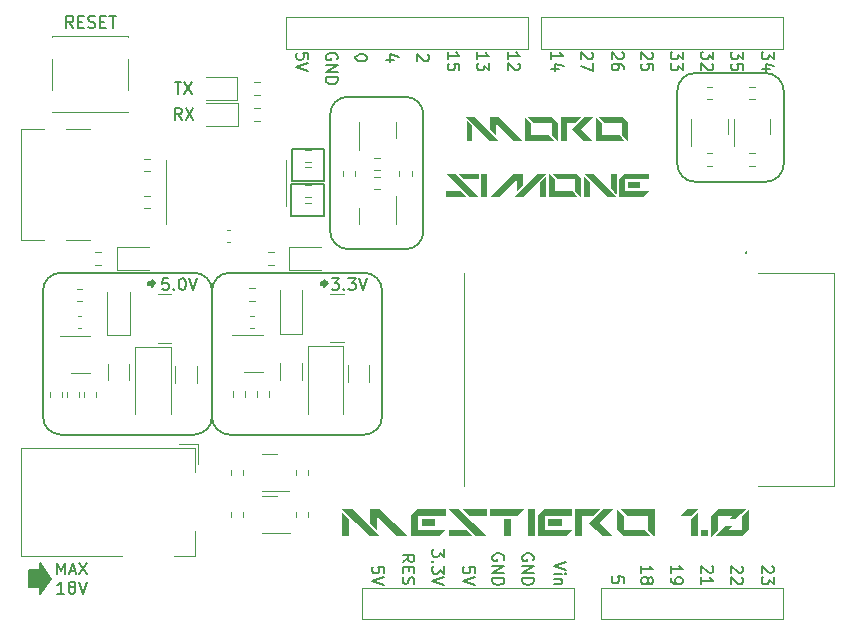
<source format=gbr>
%TF.GenerationSoftware,KiCad,Pcbnew,(6.0.9)*%
%TF.CreationDate,2023-07-14T01:44:04+02:00*%
%TF.ProjectId,Arduino_ESP,41726475-696e-46f5-9f45-53502e6b6963,rev?*%
%TF.SameCoordinates,Original*%
%TF.FileFunction,Legend,Top*%
%TF.FilePolarity,Positive*%
%FSLAX46Y46*%
G04 Gerber Fmt 4.6, Leading zero omitted, Abs format (unit mm)*
G04 Created by KiCad (PCBNEW (6.0.9)) date 2023-07-14 01:44:04*
%MOMM*%
%LPD*%
G01*
G04 APERTURE LIST*
%ADD10C,0.150000*%
%ADD11C,0.160000*%
%ADD12C,0.120000*%
%ADD13C,0.200000*%
%ADD14C,0.100000*%
G04 APERTURE END LIST*
D10*
G36*
X120500000Y-109000000D02*
G01*
X119500000Y-110300000D01*
X119500000Y-109700000D01*
X118600000Y-109700000D01*
X118600000Y-108300000D01*
X119500000Y-108300000D01*
X119500000Y-107700000D01*
X120500000Y-109000000D01*
G37*
X120500000Y-109000000D02*
X119500000Y-110300000D01*
X119500000Y-109700000D01*
X118600000Y-109700000D01*
X118600000Y-108300000D01*
X119500000Y-108300000D01*
X119500000Y-107700000D01*
X120500000Y-109000000D01*
X132600000Y-96800000D02*
X121300000Y-96800000D01*
X144110660Y-79589340D02*
X144110660Y-69689340D01*
X148500000Y-84600000D02*
G75*
G03*
X147000000Y-83100000I-1500000J0D01*
G01*
X175000000Y-66200000D02*
G75*
G03*
X173500000Y-67700000I0J-1500000D01*
G01*
X182500000Y-67700000D02*
X182500000Y-73900000D01*
X135600000Y-96800000D02*
X147000000Y-96800000D01*
X135600000Y-83100000D02*
X147000000Y-83100000D01*
X145610660Y-68189260D02*
G75*
G03*
X144110660Y-69689340I40J-1500040D01*
G01*
X175000000Y-66200000D02*
X181000000Y-66200000D01*
G36*
X129300000Y-84000000D02*
G01*
X129000000Y-84300000D01*
X129000000Y-84100000D01*
X128700000Y-84100000D01*
X128700000Y-83900000D01*
X129000000Y-83900000D01*
X129000000Y-83700000D01*
X129300000Y-84000000D01*
G37*
X129300000Y-84000000D02*
X129000000Y-84300000D01*
X129000000Y-84100000D01*
X128700000Y-84100000D01*
X128700000Y-83900000D01*
X129000000Y-83900000D01*
X129000000Y-83700000D01*
X129300000Y-84000000D01*
X181000000Y-75400000D02*
G75*
G03*
X182500000Y-73900000I0J1500000D01*
G01*
X134100000Y-84600000D02*
X134100000Y-95300000D01*
X121300000Y-83100000D02*
X132600000Y-83100000D01*
X173500000Y-73900000D02*
G75*
G03*
X175000000Y-75400000I1500000J0D01*
G01*
X152000000Y-69700000D02*
G75*
G03*
X150500000Y-68200000I-1500000J0D01*
G01*
X173500000Y-73900000D02*
X173500000Y-67700000D01*
X140800000Y-75600000D02*
X143600000Y-75600000D01*
X143600000Y-75600000D02*
X143600000Y-78300000D01*
X143600000Y-78300000D02*
X140800000Y-78300000D01*
X140800000Y-78300000D02*
X140800000Y-75600000D01*
G36*
X143900000Y-84000000D02*
G01*
X143600000Y-84300000D01*
X143600000Y-84100000D01*
X143300000Y-84100000D01*
X143300000Y-83900000D01*
X143600000Y-83900000D01*
X143600000Y-83700000D01*
X143900000Y-84000000D01*
G37*
X143900000Y-84000000D02*
X143600000Y-84300000D01*
X143600000Y-84100000D01*
X143300000Y-84100000D01*
X143300000Y-83900000D01*
X143600000Y-83900000D01*
X143600000Y-83700000D01*
X143900000Y-84000000D01*
X121300000Y-83100000D02*
G75*
G03*
X119800000Y-84600000I0J-1500000D01*
G01*
X132600000Y-96800000D02*
G75*
G03*
X134100000Y-95300000I0J1500000D01*
G01*
X140900000Y-72600000D02*
X143600000Y-72600000D01*
X143600000Y-72600000D02*
X143600000Y-75300000D01*
X143600000Y-75300000D02*
X140900000Y-75300000D01*
X140900000Y-75300000D02*
X140900000Y-72600000D01*
X134100000Y-95300000D02*
G75*
G03*
X135600000Y-96800000I1500000J0D01*
G01*
X181000000Y-75400000D02*
X175000000Y-75400000D01*
X148500000Y-84600000D02*
X148500000Y-95300000D01*
X145610660Y-68189340D02*
X150500000Y-68200000D01*
X119800000Y-95300000D02*
G75*
G03*
X121300000Y-96800000I1500000J0D01*
G01*
X182500000Y-67700000D02*
G75*
G03*
X181000000Y-66200000I-1500000J0D01*
G01*
X147000000Y-96800000D02*
G75*
G03*
X148500000Y-95300000I0J1500000D01*
G01*
X150500000Y-81100000D02*
X145610660Y-81089340D01*
X119800000Y-95300000D02*
X119800000Y-84600000D01*
X150500000Y-81100000D02*
G75*
G03*
X152000000Y-79600000I0J1500000D01*
G01*
X152000000Y-69700000D02*
X152000000Y-79600000D01*
X134100000Y-84600000D02*
G75*
G03*
X132600000Y-83100000I-1500000J0D01*
G01*
X135600000Y-83100000D02*
G75*
G03*
X134100000Y-84600000I0J-1500000D01*
G01*
X144110660Y-79589340D02*
G75*
G03*
X145610660Y-81089340I1500040J40D01*
G01*
X150247619Y-107580952D02*
X150723809Y-107247619D01*
X150247619Y-107009523D02*
X151247619Y-107009523D01*
X151247619Y-107390476D01*
X151200000Y-107485714D01*
X151152380Y-107533333D01*
X151057142Y-107580952D01*
X150914285Y-107580952D01*
X150819047Y-107533333D01*
X150771428Y-107485714D01*
X150723809Y-107390476D01*
X150723809Y-107009523D01*
X150771428Y-108009523D02*
X150771428Y-108342857D01*
X150247619Y-108485714D02*
X150247619Y-108009523D01*
X151247619Y-108009523D01*
X151247619Y-108485714D01*
X150295238Y-108866666D02*
X150247619Y-109009523D01*
X150247619Y-109247619D01*
X150295238Y-109342857D01*
X150342857Y-109390476D01*
X150438095Y-109438095D01*
X150533333Y-109438095D01*
X150628571Y-109390476D01*
X150676190Y-109342857D01*
X150723809Y-109247619D01*
X150771428Y-109057142D01*
X150819047Y-108961904D01*
X150866666Y-108914285D01*
X150961904Y-108866666D01*
X151057142Y-108866666D01*
X151152380Y-108914285D01*
X151200000Y-108961904D01*
X151247619Y-109057142D01*
X151247619Y-109295238D01*
X151200000Y-109438095D01*
X158800000Y-107438095D02*
X158847619Y-107342857D01*
X158847619Y-107200000D01*
X158800000Y-107057142D01*
X158704761Y-106961904D01*
X158609523Y-106914285D01*
X158419047Y-106866666D01*
X158276190Y-106866666D01*
X158085714Y-106914285D01*
X157990476Y-106961904D01*
X157895238Y-107057142D01*
X157847619Y-107200000D01*
X157847619Y-107295238D01*
X157895238Y-107438095D01*
X157942857Y-107485714D01*
X158276190Y-107485714D01*
X158276190Y-107295238D01*
X157847619Y-107914285D02*
X158847619Y-107914285D01*
X157847619Y-108485714D01*
X158847619Y-108485714D01*
X157847619Y-108961904D02*
X158847619Y-108961904D01*
X158847619Y-109200000D01*
X158800000Y-109342857D01*
X158704761Y-109438095D01*
X158609523Y-109485714D01*
X158419047Y-109533333D01*
X158276190Y-109533333D01*
X158085714Y-109485714D01*
X157990476Y-109438095D01*
X157895238Y-109342857D01*
X157847619Y-109200000D01*
X157847619Y-108961904D01*
X170447619Y-108509523D02*
X170447619Y-107938095D01*
X170447619Y-108223809D02*
X171447619Y-108223809D01*
X171304761Y-108128571D01*
X171209523Y-108033333D01*
X171161904Y-107938095D01*
X171019047Y-109080952D02*
X171066666Y-108985714D01*
X171114285Y-108938095D01*
X171209523Y-108890476D01*
X171257142Y-108890476D01*
X171352380Y-108938095D01*
X171400000Y-108985714D01*
X171447619Y-109080952D01*
X171447619Y-109271428D01*
X171400000Y-109366666D01*
X171352380Y-109414285D01*
X171257142Y-109461904D01*
X171209523Y-109461904D01*
X171114285Y-109414285D01*
X171066666Y-109366666D01*
X171019047Y-109271428D01*
X171019047Y-109080952D01*
X170971428Y-108985714D01*
X170923809Y-108938095D01*
X170828571Y-108890476D01*
X170638095Y-108890476D01*
X170542857Y-108938095D01*
X170495238Y-108985714D01*
X170447619Y-109080952D01*
X170447619Y-109271428D01*
X170495238Y-109366666D01*
X170542857Y-109414285D01*
X170638095Y-109461904D01*
X170828571Y-109461904D01*
X170923809Y-109414285D01*
X170971428Y-109366666D01*
X171019047Y-109271428D01*
X148647619Y-108509523D02*
X148647619Y-108033333D01*
X148171428Y-107985714D01*
X148219047Y-108033333D01*
X148266666Y-108128571D01*
X148266666Y-108366666D01*
X148219047Y-108461904D01*
X148171428Y-108509523D01*
X148076190Y-108557142D01*
X147838095Y-108557142D01*
X147742857Y-108509523D01*
X147695238Y-108461904D01*
X147647619Y-108366666D01*
X147647619Y-108128571D01*
X147695238Y-108033333D01*
X147742857Y-107985714D01*
X148647619Y-108842857D02*
X147647619Y-109176190D01*
X148647619Y-109509523D01*
X164047619Y-107576190D02*
X163047619Y-107909523D01*
X164047619Y-108242857D01*
X163047619Y-108576190D02*
X163714285Y-108576190D01*
X164047619Y-108576190D02*
X164000000Y-108528571D01*
X163952380Y-108576190D01*
X164000000Y-108623809D01*
X164047619Y-108576190D01*
X163952380Y-108576190D01*
X163714285Y-109052380D02*
X163047619Y-109052380D01*
X163619047Y-109052380D02*
X163666666Y-109100000D01*
X163714285Y-109195238D01*
X163714285Y-109338095D01*
X163666666Y-109433333D01*
X163571428Y-109480952D01*
X163047619Y-109480952D01*
X176452380Y-107938095D02*
X176500000Y-107985714D01*
X176547619Y-108080952D01*
X176547619Y-108319047D01*
X176500000Y-108414285D01*
X176452380Y-108461904D01*
X176357142Y-108509523D01*
X176261904Y-108509523D01*
X176119047Y-108461904D01*
X175547619Y-107890476D01*
X175547619Y-108509523D01*
X175547619Y-109461904D02*
X175547619Y-108890476D01*
X175547619Y-109176190D02*
X176547619Y-109176190D01*
X176404761Y-109080952D01*
X176309523Y-108985714D01*
X176261904Y-108890476D01*
X153747619Y-106523809D02*
X153747619Y-107142857D01*
X153366666Y-106809523D01*
X153366666Y-106952380D01*
X153319047Y-107047619D01*
X153271428Y-107095238D01*
X153176190Y-107142857D01*
X152938095Y-107142857D01*
X152842857Y-107095238D01*
X152795238Y-107047619D01*
X152747619Y-106952380D01*
X152747619Y-106666666D01*
X152795238Y-106571428D01*
X152842857Y-106523809D01*
X152842857Y-107571428D02*
X152795238Y-107619047D01*
X152747619Y-107571428D01*
X152795238Y-107523809D01*
X152842857Y-107571428D01*
X152747619Y-107571428D01*
X153747619Y-107952380D02*
X153747619Y-108571428D01*
X153366666Y-108238095D01*
X153366666Y-108380952D01*
X153319047Y-108476190D01*
X153271428Y-108523809D01*
X153176190Y-108571428D01*
X152938095Y-108571428D01*
X152842857Y-108523809D01*
X152795238Y-108476190D01*
X152747619Y-108380952D01*
X152747619Y-108095238D01*
X152795238Y-108000000D01*
X152842857Y-107952380D01*
X153747619Y-108857142D02*
X152747619Y-109190476D01*
X153747619Y-109523809D01*
X171352380Y-64438095D02*
X171400000Y-64485714D01*
X171447619Y-64580952D01*
X171447619Y-64819047D01*
X171400000Y-64914285D01*
X171352380Y-64961904D01*
X171257142Y-65009523D01*
X171161904Y-65009523D01*
X171019047Y-64961904D01*
X170447619Y-64390476D01*
X170447619Y-65009523D01*
X171447619Y-65914285D02*
X171447619Y-65438095D01*
X170971428Y-65390476D01*
X171019047Y-65438095D01*
X171066666Y-65533333D01*
X171066666Y-65771428D01*
X171019047Y-65866666D01*
X170971428Y-65914285D01*
X170876190Y-65961904D01*
X170638095Y-65961904D01*
X170542857Y-65914285D01*
X170495238Y-65866666D01*
X170447619Y-65771428D01*
X170447619Y-65533333D01*
X170495238Y-65438095D01*
X170542857Y-65390476D01*
X162847619Y-65009523D02*
X162847619Y-64438095D01*
X162847619Y-64723809D02*
X163847619Y-64723809D01*
X163704761Y-64628571D01*
X163609523Y-64533333D01*
X163561904Y-64438095D01*
X163514285Y-65866666D02*
X162847619Y-65866666D01*
X163895238Y-65628571D02*
X163180952Y-65390476D01*
X163180952Y-66009523D01*
X144223809Y-83552380D02*
X144842857Y-83552380D01*
X144509523Y-83933333D01*
X144652380Y-83933333D01*
X144747619Y-83980952D01*
X144795238Y-84028571D01*
X144842857Y-84123809D01*
X144842857Y-84361904D01*
X144795238Y-84457142D01*
X144747619Y-84504761D01*
X144652380Y-84552380D01*
X144366666Y-84552380D01*
X144271428Y-84504761D01*
X144223809Y-84457142D01*
X145271428Y-84457142D02*
X145319047Y-84504761D01*
X145271428Y-84552380D01*
X145223809Y-84504761D01*
X145271428Y-84457142D01*
X145271428Y-84552380D01*
X145652380Y-83552380D02*
X146271428Y-83552380D01*
X145938095Y-83933333D01*
X146080952Y-83933333D01*
X146176190Y-83980952D01*
X146223809Y-84028571D01*
X146271428Y-84123809D01*
X146271428Y-84361904D01*
X146223809Y-84457142D01*
X146176190Y-84504761D01*
X146080952Y-84552380D01*
X145795238Y-84552380D01*
X145700000Y-84504761D01*
X145652380Y-84457142D01*
X146557142Y-83552380D02*
X146890476Y-84552380D01*
X147223809Y-83552380D01*
X178952380Y-107938095D02*
X179000000Y-107985714D01*
X179047619Y-108080952D01*
X179047619Y-108319047D01*
X179000000Y-108414285D01*
X178952380Y-108461904D01*
X178857142Y-108509523D01*
X178761904Y-108509523D01*
X178619047Y-108461904D01*
X178047619Y-107890476D01*
X178047619Y-108509523D01*
X178952380Y-108890476D02*
X179000000Y-108938095D01*
X179047619Y-109033333D01*
X179047619Y-109271428D01*
X179000000Y-109366666D01*
X178952380Y-109414285D01*
X178857142Y-109461904D01*
X178761904Y-109461904D01*
X178619047Y-109414285D01*
X178047619Y-108842857D01*
X178047619Y-109461904D01*
X181552380Y-107938095D02*
X181600000Y-107985714D01*
X181647619Y-108080952D01*
X181647619Y-108319047D01*
X181600000Y-108414285D01*
X181552380Y-108461904D01*
X181457142Y-108509523D01*
X181361904Y-108509523D01*
X181219047Y-108461904D01*
X180647619Y-107890476D01*
X180647619Y-108509523D01*
X181647619Y-108842857D02*
X181647619Y-109461904D01*
X181266666Y-109128571D01*
X181266666Y-109271428D01*
X181219047Y-109366666D01*
X181171428Y-109414285D01*
X181076190Y-109461904D01*
X180838095Y-109461904D01*
X180742857Y-109414285D01*
X180695238Y-109366666D01*
X180647619Y-109271428D01*
X180647619Y-108985714D01*
X180695238Y-108890476D01*
X180742857Y-108842857D01*
X156347619Y-108509523D02*
X156347619Y-108033333D01*
X155871428Y-107985714D01*
X155919047Y-108033333D01*
X155966666Y-108128571D01*
X155966666Y-108366666D01*
X155919047Y-108461904D01*
X155871428Y-108509523D01*
X155776190Y-108557142D01*
X155538095Y-108557142D01*
X155442857Y-108509523D01*
X155395238Y-108461904D01*
X155347619Y-108366666D01*
X155347619Y-108128571D01*
X155395238Y-108033333D01*
X155442857Y-107985714D01*
X156347619Y-108842857D02*
X155347619Y-109176190D01*
X156347619Y-109509523D01*
X181647619Y-64390476D02*
X181647619Y-65009523D01*
X181266666Y-64676190D01*
X181266666Y-64819047D01*
X181219047Y-64914285D01*
X181171428Y-64961904D01*
X181076190Y-65009523D01*
X180838095Y-65009523D01*
X180742857Y-64961904D01*
X180695238Y-64914285D01*
X180647619Y-64819047D01*
X180647619Y-64533333D01*
X180695238Y-64438095D01*
X180742857Y-64390476D01*
X181314285Y-65866666D02*
X180647619Y-65866666D01*
X181695238Y-65628571D02*
X180980952Y-65390476D01*
X180980952Y-66009523D01*
X176547619Y-64390476D02*
X176547619Y-65009523D01*
X176166666Y-64676190D01*
X176166666Y-64819047D01*
X176119047Y-64914285D01*
X176071428Y-64961904D01*
X175976190Y-65009523D01*
X175738095Y-65009523D01*
X175642857Y-64961904D01*
X175595238Y-64914285D01*
X175547619Y-64819047D01*
X175547619Y-64533333D01*
X175595238Y-64438095D01*
X175642857Y-64390476D01*
X176452380Y-65390476D02*
X176500000Y-65438095D01*
X176547619Y-65533333D01*
X176547619Y-65771428D01*
X176500000Y-65866666D01*
X176452380Y-65914285D01*
X176357142Y-65961904D01*
X176261904Y-65961904D01*
X176119047Y-65914285D01*
X175547619Y-65342857D01*
X175547619Y-65961904D01*
X172947619Y-108509523D02*
X172947619Y-107938095D01*
X172947619Y-108223809D02*
X173947619Y-108223809D01*
X173804761Y-108128571D01*
X173709523Y-108033333D01*
X173661904Y-107938095D01*
X172947619Y-108985714D02*
X172947619Y-109176190D01*
X172995238Y-109271428D01*
X173042857Y-109319047D01*
X173185714Y-109414285D01*
X173376190Y-109461904D01*
X173757142Y-109461904D01*
X173852380Y-109414285D01*
X173900000Y-109366666D01*
X173947619Y-109271428D01*
X173947619Y-109080952D01*
X173900000Y-108985714D01*
X173852380Y-108938095D01*
X173757142Y-108890476D01*
X173519047Y-108890476D01*
X173423809Y-108938095D01*
X173376190Y-108985714D01*
X173328571Y-109080952D01*
X173328571Y-109271428D01*
X173376190Y-109366666D01*
X173423809Y-109414285D01*
X173519047Y-109461904D01*
X152352380Y-64614285D02*
X152400000Y-64661904D01*
X152447619Y-64757142D01*
X152447619Y-64995238D01*
X152400000Y-65090476D01*
X152352380Y-65138095D01*
X152257142Y-65185714D01*
X152161904Y-65185714D01*
X152019047Y-65138095D01*
X151447619Y-64566666D01*
X151447619Y-65185714D01*
X168947619Y-109338095D02*
X168947619Y-108861904D01*
X168471428Y-108814285D01*
X168519047Y-108861904D01*
X168566666Y-108957142D01*
X168566666Y-109195238D01*
X168519047Y-109290476D01*
X168471428Y-109338095D01*
X168376190Y-109385714D01*
X168138095Y-109385714D01*
X168042857Y-109338095D01*
X167995238Y-109290476D01*
X167947619Y-109195238D01*
X167947619Y-108957142D01*
X167995238Y-108861904D01*
X168042857Y-108814285D01*
X168852380Y-64438095D02*
X168900000Y-64485714D01*
X168947619Y-64580952D01*
X168947619Y-64819047D01*
X168900000Y-64914285D01*
X168852380Y-64961904D01*
X168757142Y-65009523D01*
X168661904Y-65009523D01*
X168519047Y-64961904D01*
X167947619Y-64390476D01*
X167947619Y-65009523D01*
X168947619Y-65866666D02*
X168947619Y-65676190D01*
X168900000Y-65580952D01*
X168852380Y-65533333D01*
X168709523Y-65438095D01*
X168519047Y-65390476D01*
X168138095Y-65390476D01*
X168042857Y-65438095D01*
X167995238Y-65485714D01*
X167947619Y-65580952D01*
X167947619Y-65771428D01*
X167995238Y-65866666D01*
X168042857Y-65914285D01*
X168138095Y-65961904D01*
X168376190Y-65961904D01*
X168471428Y-65914285D01*
X168519047Y-65866666D01*
X168566666Y-65771428D01*
X168566666Y-65580952D01*
X168519047Y-65485714D01*
X168471428Y-65438095D01*
X168376190Y-65390476D01*
X179047619Y-64390476D02*
X179047619Y-65009523D01*
X178666666Y-64676190D01*
X178666666Y-64819047D01*
X178619047Y-64914285D01*
X178571428Y-64961904D01*
X178476190Y-65009523D01*
X178238095Y-65009523D01*
X178142857Y-64961904D01*
X178095238Y-64914285D01*
X178047619Y-64819047D01*
X178047619Y-64533333D01*
X178095238Y-64438095D01*
X178142857Y-64390476D01*
X179047619Y-65914285D02*
X179047619Y-65438095D01*
X178571428Y-65390476D01*
X178619047Y-65438095D01*
X178666666Y-65533333D01*
X178666666Y-65771428D01*
X178619047Y-65866666D01*
X178571428Y-65914285D01*
X178476190Y-65961904D01*
X178238095Y-65961904D01*
X178142857Y-65914285D01*
X178095238Y-65866666D01*
X178047619Y-65771428D01*
X178047619Y-65533333D01*
X178095238Y-65438095D01*
X178142857Y-65390476D01*
X156547619Y-65009523D02*
X156547619Y-64438095D01*
X156547619Y-64723809D02*
X157547619Y-64723809D01*
X157404761Y-64628571D01*
X157309523Y-64533333D01*
X157261904Y-64438095D01*
X157547619Y-65342857D02*
X157547619Y-65961904D01*
X157166666Y-65628571D01*
X157166666Y-65771428D01*
X157119047Y-65866666D01*
X157071428Y-65914285D01*
X156976190Y-65961904D01*
X156738095Y-65961904D01*
X156642857Y-65914285D01*
X156595238Y-65866666D01*
X156547619Y-65771428D01*
X156547619Y-65485714D01*
X156595238Y-65390476D01*
X156642857Y-65342857D01*
X166252380Y-64438095D02*
X166300000Y-64485714D01*
X166347619Y-64580952D01*
X166347619Y-64819047D01*
X166300000Y-64914285D01*
X166252380Y-64961904D01*
X166157142Y-65009523D01*
X166061904Y-65009523D01*
X165919047Y-64961904D01*
X165347619Y-64390476D01*
X165347619Y-65009523D01*
X166347619Y-65342857D02*
X166347619Y-66009523D01*
X165347619Y-65580952D01*
X154047619Y-65009523D02*
X154047619Y-64438095D01*
X154047619Y-64723809D02*
X155047619Y-64723809D01*
X154904761Y-64628571D01*
X154809523Y-64533333D01*
X154761904Y-64438095D01*
X155047619Y-65914285D02*
X155047619Y-65438095D01*
X154571428Y-65390476D01*
X154619047Y-65438095D01*
X154666666Y-65533333D01*
X154666666Y-65771428D01*
X154619047Y-65866666D01*
X154571428Y-65914285D01*
X154476190Y-65961904D01*
X154238095Y-65961904D01*
X154142857Y-65914285D01*
X154095238Y-65866666D01*
X154047619Y-65771428D01*
X154047619Y-65533333D01*
X154095238Y-65438095D01*
X154142857Y-65390476D01*
X161300000Y-107438095D02*
X161347619Y-107342857D01*
X161347619Y-107200000D01*
X161300000Y-107057142D01*
X161204761Y-106961904D01*
X161109523Y-106914285D01*
X160919047Y-106866666D01*
X160776190Y-106866666D01*
X160585714Y-106914285D01*
X160490476Y-106961904D01*
X160395238Y-107057142D01*
X160347619Y-107200000D01*
X160347619Y-107295238D01*
X160395238Y-107438095D01*
X160442857Y-107485714D01*
X160776190Y-107485714D01*
X160776190Y-107295238D01*
X160347619Y-107914285D02*
X161347619Y-107914285D01*
X160347619Y-108485714D01*
X161347619Y-108485714D01*
X160347619Y-108961904D02*
X161347619Y-108961904D01*
X161347619Y-109200000D01*
X161300000Y-109342857D01*
X161204761Y-109438095D01*
X161109523Y-109485714D01*
X160919047Y-109533333D01*
X160776190Y-109533333D01*
X160585714Y-109485714D01*
X160490476Y-109438095D01*
X160395238Y-109342857D01*
X160347619Y-109200000D01*
X160347619Y-108961904D01*
D11*
X120961904Y-108647380D02*
X120961904Y-107647380D01*
X121295238Y-108361666D01*
X121628571Y-107647380D01*
X121628571Y-108647380D01*
X122057142Y-108361666D02*
X122533333Y-108361666D01*
X121961904Y-108647380D02*
X122295238Y-107647380D01*
X122628571Y-108647380D01*
X122866666Y-107647380D02*
X123533333Y-108647380D01*
X123533333Y-107647380D02*
X122866666Y-108647380D01*
X121580952Y-110257380D02*
X121009523Y-110257380D01*
X121295238Y-110257380D02*
X121295238Y-109257380D01*
X121200000Y-109400238D01*
X121104761Y-109495476D01*
X121009523Y-109543095D01*
X122152380Y-109685952D02*
X122057142Y-109638333D01*
X122009523Y-109590714D01*
X121961904Y-109495476D01*
X121961904Y-109447857D01*
X122009523Y-109352619D01*
X122057142Y-109305000D01*
X122152380Y-109257380D01*
X122342857Y-109257380D01*
X122438095Y-109305000D01*
X122485714Y-109352619D01*
X122533333Y-109447857D01*
X122533333Y-109495476D01*
X122485714Y-109590714D01*
X122438095Y-109638333D01*
X122342857Y-109685952D01*
X122152380Y-109685952D01*
X122057142Y-109733571D01*
X122009523Y-109781190D01*
X121961904Y-109876428D01*
X121961904Y-110066904D01*
X122009523Y-110162142D01*
X122057142Y-110209761D01*
X122152380Y-110257380D01*
X122342857Y-110257380D01*
X122438095Y-110209761D01*
X122485714Y-110162142D01*
X122533333Y-110066904D01*
X122533333Y-109876428D01*
X122485714Y-109781190D01*
X122438095Y-109733571D01*
X122342857Y-109685952D01*
X122819047Y-109257380D02*
X123152380Y-110257380D01*
X123485714Y-109257380D01*
D10*
X144700000Y-65038095D02*
X144747619Y-64942857D01*
X144747619Y-64800000D01*
X144700000Y-64657142D01*
X144604761Y-64561904D01*
X144509523Y-64514285D01*
X144319047Y-64466666D01*
X144176190Y-64466666D01*
X143985714Y-64514285D01*
X143890476Y-64561904D01*
X143795238Y-64657142D01*
X143747619Y-64800000D01*
X143747619Y-64895238D01*
X143795238Y-65038095D01*
X143842857Y-65085714D01*
X144176190Y-65085714D01*
X144176190Y-64895238D01*
X143747619Y-65514285D02*
X144747619Y-65514285D01*
X143747619Y-66085714D01*
X144747619Y-66085714D01*
X143747619Y-66561904D02*
X144747619Y-66561904D01*
X144747619Y-66800000D01*
X144700000Y-66942857D01*
X144604761Y-67038095D01*
X144509523Y-67085714D01*
X144319047Y-67133333D01*
X144176190Y-67133333D01*
X143985714Y-67085714D01*
X143890476Y-67038095D01*
X143795238Y-66942857D01*
X143747619Y-66800000D01*
X143747619Y-66561904D01*
X159147619Y-65009523D02*
X159147619Y-64438095D01*
X159147619Y-64723809D02*
X160147619Y-64723809D01*
X160004761Y-64628571D01*
X159909523Y-64533333D01*
X159861904Y-64438095D01*
X160052380Y-65390476D02*
X160100000Y-65438095D01*
X160147619Y-65533333D01*
X160147619Y-65771428D01*
X160100000Y-65866666D01*
X160052380Y-65914285D01*
X159957142Y-65961904D01*
X159861904Y-65961904D01*
X159719047Y-65914285D01*
X159147619Y-65342857D01*
X159147619Y-65961904D01*
X130395238Y-83552380D02*
X129919047Y-83552380D01*
X129871428Y-84028571D01*
X129919047Y-83980952D01*
X130014285Y-83933333D01*
X130252380Y-83933333D01*
X130347619Y-83980952D01*
X130395238Y-84028571D01*
X130442857Y-84123809D01*
X130442857Y-84361904D01*
X130395238Y-84457142D01*
X130347619Y-84504761D01*
X130252380Y-84552380D01*
X130014285Y-84552380D01*
X129919047Y-84504761D01*
X129871428Y-84457142D01*
X130871428Y-84457142D02*
X130919047Y-84504761D01*
X130871428Y-84552380D01*
X130823809Y-84504761D01*
X130871428Y-84457142D01*
X130871428Y-84552380D01*
X131538095Y-83552380D02*
X131633333Y-83552380D01*
X131728571Y-83600000D01*
X131776190Y-83647619D01*
X131823809Y-83742857D01*
X131871428Y-83933333D01*
X131871428Y-84171428D01*
X131823809Y-84361904D01*
X131776190Y-84457142D01*
X131728571Y-84504761D01*
X131633333Y-84552380D01*
X131538095Y-84552380D01*
X131442857Y-84504761D01*
X131395238Y-84457142D01*
X131347619Y-84361904D01*
X131300000Y-84171428D01*
X131300000Y-83933333D01*
X131347619Y-83742857D01*
X131395238Y-83647619D01*
X131442857Y-83600000D01*
X131538095Y-83552380D01*
X132157142Y-83552380D02*
X132490476Y-84552380D01*
X132823809Y-83552380D01*
X149514285Y-65090476D02*
X148847619Y-65090476D01*
X149895238Y-64852380D02*
X149180952Y-64614285D01*
X149180952Y-65233333D01*
X142247619Y-65009523D02*
X142247619Y-64533333D01*
X141771428Y-64485714D01*
X141819047Y-64533333D01*
X141866666Y-64628571D01*
X141866666Y-64866666D01*
X141819047Y-64961904D01*
X141771428Y-65009523D01*
X141676190Y-65057142D01*
X141438095Y-65057142D01*
X141342857Y-65009523D01*
X141295238Y-64961904D01*
X141247619Y-64866666D01*
X141247619Y-64628571D01*
X141295238Y-64533333D01*
X141342857Y-64485714D01*
X142247619Y-65342857D02*
X141247619Y-65676190D01*
X142247619Y-66009523D01*
X173947619Y-64390476D02*
X173947619Y-65009523D01*
X173566666Y-64676190D01*
X173566666Y-64819047D01*
X173519047Y-64914285D01*
X173471428Y-64961904D01*
X173376190Y-65009523D01*
X173138095Y-65009523D01*
X173042857Y-64961904D01*
X172995238Y-64914285D01*
X172947619Y-64819047D01*
X172947619Y-64533333D01*
X172995238Y-64438095D01*
X173042857Y-64390476D01*
X173947619Y-65342857D02*
X173947619Y-65961904D01*
X173566666Y-65628571D01*
X173566666Y-65771428D01*
X173519047Y-65866666D01*
X173471428Y-65914285D01*
X173376190Y-65961904D01*
X173138095Y-65961904D01*
X173042857Y-65914285D01*
X172995238Y-65866666D01*
X172947619Y-65771428D01*
X172947619Y-65485714D01*
X172995238Y-65390476D01*
X173042857Y-65342857D01*
X146252380Y-64947619D02*
X146252380Y-64852380D01*
X146300000Y-64757142D01*
X146347619Y-64709523D01*
X146442857Y-64661904D01*
X146633333Y-64614285D01*
X146871428Y-64614285D01*
X147061904Y-64661904D01*
X147157142Y-64709523D01*
X147204761Y-64757142D01*
X147252380Y-64852380D01*
X147252380Y-64947619D01*
X147204761Y-65042857D01*
X147157142Y-65090476D01*
X147061904Y-65138095D01*
X146871428Y-65185714D01*
X146633333Y-65185714D01*
X146442857Y-65138095D01*
X146347619Y-65090476D01*
X146300000Y-65042857D01*
X146252380Y-64947619D01*
%TO.C,SW1*%
X122347619Y-62352380D02*
X122014285Y-61876190D01*
X121776190Y-62352380D02*
X121776190Y-61352380D01*
X122157142Y-61352380D01*
X122252380Y-61400000D01*
X122300000Y-61447619D01*
X122347619Y-61542857D01*
X122347619Y-61685714D01*
X122300000Y-61780952D01*
X122252380Y-61828571D01*
X122157142Y-61876190D01*
X121776190Y-61876190D01*
X122776190Y-61828571D02*
X123109523Y-61828571D01*
X123252380Y-62352380D02*
X122776190Y-62352380D01*
X122776190Y-61352380D01*
X123252380Y-61352380D01*
X123633333Y-62304761D02*
X123776190Y-62352380D01*
X124014285Y-62352380D01*
X124109523Y-62304761D01*
X124157142Y-62257142D01*
X124204761Y-62161904D01*
X124204761Y-62066666D01*
X124157142Y-61971428D01*
X124109523Y-61923809D01*
X124014285Y-61876190D01*
X123823809Y-61828571D01*
X123728571Y-61780952D01*
X123680952Y-61733333D01*
X123633333Y-61638095D01*
X123633333Y-61542857D01*
X123680952Y-61447619D01*
X123728571Y-61400000D01*
X123823809Y-61352380D01*
X124061904Y-61352380D01*
X124204761Y-61400000D01*
X124633333Y-61828571D02*
X124966666Y-61828571D01*
X125109523Y-62352380D02*
X124633333Y-62352380D01*
X124633333Y-61352380D01*
X125109523Y-61352380D01*
X125395238Y-61352380D02*
X125966666Y-61352380D01*
X125680952Y-62352380D02*
X125680952Y-61352380D01*
%TO.C,D1*%
X130938095Y-66952380D02*
X131509523Y-66952380D01*
X131223809Y-67952380D02*
X131223809Y-66952380D01*
X131747619Y-66952380D02*
X132414285Y-67952380D01*
X132414285Y-66952380D02*
X131747619Y-67952380D01*
%TO.C,D2*%
X131533333Y-70152380D02*
X131200000Y-69676190D01*
X130961904Y-70152380D02*
X130961904Y-69152380D01*
X131342857Y-69152380D01*
X131438095Y-69200000D01*
X131485714Y-69247619D01*
X131533333Y-69342857D01*
X131533333Y-69485714D01*
X131485714Y-69580952D01*
X131438095Y-69628571D01*
X131342857Y-69676190D01*
X130961904Y-69676190D01*
X131866666Y-69152380D02*
X132533333Y-70152380D01*
X132533333Y-69152380D02*
X131866666Y-70152380D01*
D12*
%TO.C,C5*%
X125290000Y-90788748D02*
X125290000Y-92211252D01*
X127110000Y-90788748D02*
X127110000Y-92211252D01*
%TO.C,D3*%
X145200000Y-95042600D02*
X145200000Y-89342600D01*
X145200000Y-89342600D02*
X142200000Y-89342600D01*
X142200000Y-89342600D02*
X142200000Y-95042600D01*
%TO.C,IC3*%
X146540000Y-71000000D02*
X146540000Y-70350000D01*
X149660000Y-71000000D02*
X149660000Y-71650000D01*
X146540000Y-71000000D02*
X146540000Y-72675000D01*
X149660000Y-71000000D02*
X149660000Y-70350000D01*
%TO.C,Q1*%
X177785000Y-70700000D02*
X177785000Y-70050000D01*
X177785000Y-70700000D02*
X177785000Y-71350000D01*
X174665000Y-70700000D02*
X174665000Y-70050000D01*
X174665000Y-70700000D02*
X174665000Y-72375000D01*
%TO.C,R29*%
X135715000Y-100262258D02*
X135715000Y-99787742D01*
X136760000Y-100262258D02*
X136760000Y-99787742D01*
%TO.C,R14*%
X128362742Y-73477500D02*
X128837258Y-73477500D01*
X128362742Y-74522500D02*
X128837258Y-74522500D01*
%TO.C,R4*%
X179587742Y-67377500D02*
X180062258Y-67377500D01*
X179587742Y-68422500D02*
X180062258Y-68422500D01*
%TO.C,G\u002A\u002A\u002A*%
G36*
X153011764Y-104540257D02*
G01*
X151844485Y-104540257D01*
X151844485Y-103956618D01*
X153011764Y-103956618D01*
X153011764Y-104540257D01*
G37*
G36*
X171594853Y-104260110D02*
G01*
X171594733Y-104488612D01*
X171594389Y-104702318D01*
X171593844Y-104896808D01*
X171593123Y-105067662D01*
X171592247Y-105210459D01*
X171591242Y-105320779D01*
X171590129Y-105394203D01*
X171588933Y-105426310D01*
X171588666Y-105427390D01*
X171571011Y-105411712D01*
X171525898Y-105368234D01*
X171458764Y-105302293D01*
X171375048Y-105219223D01*
X171296846Y-105141069D01*
X171011213Y-104854749D01*
X171011213Y-103676471D01*
X169250828Y-103676471D01*
X168955898Y-103384651D01*
X168660969Y-103092831D01*
X171594853Y-103092831D01*
X171594853Y-104260110D01*
G37*
G36*
X166328215Y-103676471D02*
G01*
X165454963Y-103676471D01*
X165454963Y-105427390D01*
X164871323Y-105427390D01*
X164871323Y-103092831D01*
X166918075Y-103092831D01*
X166328215Y-103676471D01*
G37*
G36*
X175260110Y-105427390D02*
G01*
X174676470Y-105427390D01*
X174676470Y-103970497D01*
X174968290Y-103675568D01*
X175260110Y-103380638D01*
X175260110Y-105427390D01*
G37*
G36*
X178867603Y-103536397D02*
G01*
X178421911Y-103979963D01*
X177841146Y-103979963D01*
X177991544Y-103828217D01*
X178141941Y-103676471D01*
X176964338Y-103676471D01*
X176964338Y-104856123D01*
X176672518Y-105147243D01*
X176380698Y-105438362D01*
X176380698Y-103664097D01*
X176667019Y-103378464D01*
X176953339Y-103092831D01*
X179313296Y-103092831D01*
X178867603Y-103536397D01*
G37*
G36*
X145436121Y-103675568D02*
G01*
X145727941Y-103970497D01*
X145727941Y-105427390D01*
X145144301Y-105427390D01*
X145144301Y-103380638D01*
X145436121Y-103675568D01*
G37*
G36*
X163750735Y-104540257D02*
G01*
X162583456Y-104540257D01*
X162583456Y-103956618D01*
X163750735Y-103956618D01*
X163750735Y-104540257D01*
G37*
G36*
X174662590Y-103676471D02*
G01*
X173778366Y-103676471D01*
X174360604Y-103092831D01*
X175252450Y-103092831D01*
X174662590Y-103676471D01*
G37*
G36*
X179602389Y-104832751D02*
G01*
X179304409Y-105130070D01*
X179006428Y-105427390D01*
X176669792Y-105427390D01*
X177115484Y-104983824D01*
X177561177Y-104540257D01*
X178141941Y-104540257D01*
X177991544Y-104692004D01*
X177841146Y-104843750D01*
X179018750Y-104843750D01*
X179018750Y-103664097D01*
X179310570Y-103372978D01*
X179602389Y-103081859D01*
X179602389Y-104832751D01*
G37*
G36*
X160272242Y-103384651D02*
G01*
X159981123Y-103676471D01*
X157634191Y-103676471D01*
X157634191Y-103092831D01*
X160563362Y-103092831D01*
X160272242Y-103384651D01*
G37*
G36*
X176100551Y-105427390D02*
G01*
X175516911Y-105427390D01*
X175516911Y-104843750D01*
X176100551Y-104843750D01*
X176100551Y-105427390D01*
G37*
G36*
X168956801Y-103664097D02*
G01*
X168956801Y-104843750D01*
X170717186Y-104843750D01*
X171012116Y-105135570D01*
X171307045Y-105427390D01*
X168967800Y-105427390D01*
X168670481Y-105129409D01*
X168373161Y-104831428D01*
X168373161Y-103081859D01*
X168956801Y-103664097D01*
G37*
G36*
X153875551Y-103676471D02*
G01*
X151540992Y-103676471D01*
X151540992Y-104843750D01*
X153886523Y-104843750D01*
X153304285Y-105427390D01*
X150957353Y-105427390D01*
X150957353Y-103664097D01*
X151243673Y-103378464D01*
X151529994Y-103092831D01*
X153875551Y-103092831D01*
X153875551Y-103676471D01*
G37*
G36*
X149521830Y-104260110D02*
G01*
X150689958Y-105427390D01*
X149801668Y-105427390D01*
X148062500Y-103688222D01*
X148062500Y-104854722D01*
X147478860Y-104272484D01*
X147478860Y-103092831D01*
X148353702Y-103092831D01*
X149521830Y-104260110D01*
G37*
G36*
X164614522Y-103676471D02*
G01*
X162279963Y-103676471D01*
X162279963Y-104843750D01*
X164625494Y-104843750D01*
X164334375Y-105135570D01*
X164043255Y-105427390D01*
X161696323Y-105427390D01*
X161696323Y-103664097D01*
X161982644Y-103378464D01*
X162268964Y-103092831D01*
X164614522Y-103092831D01*
X164614522Y-103676471D01*
G37*
G36*
X157377389Y-103676471D02*
G01*
X155894244Y-103676471D01*
X155603125Y-103384651D01*
X155312005Y-103092831D01*
X157377389Y-103092831D01*
X157377389Y-103676471D01*
G37*
G36*
X147187271Y-104260110D02*
G01*
X148355399Y-105427390D01*
X147467012Y-105427390D01*
X146299908Y-104260110D01*
X145132803Y-103092831D01*
X146019144Y-103092831D01*
X147187271Y-104260110D01*
G37*
G36*
X156202450Y-105427390D02*
G01*
X154155698Y-105427390D01*
X154155698Y-104843750D01*
X155612590Y-104843750D01*
X156202450Y-105427390D01*
G37*
G36*
X159385110Y-105427390D02*
G01*
X158801470Y-105427390D01*
X158801470Y-103956618D01*
X159385110Y-103956618D01*
X159385110Y-105427390D01*
G37*
G36*
X156198668Y-104260110D02*
G01*
X157366796Y-105427390D01*
X156478409Y-105427390D01*
X155311305Y-104260110D01*
X154144201Y-103092831D01*
X155030541Y-103092831D01*
X156198668Y-104260110D01*
G37*
G36*
X161416176Y-105427390D02*
G01*
X160832536Y-105427390D01*
X160832536Y-103092831D01*
X161416176Y-103092831D01*
X161416176Y-105427390D01*
G37*
G36*
X167498652Y-103676471D02*
G01*
X166914062Y-104260110D01*
X167498652Y-104843750D01*
X168083241Y-105427390D01*
X167193859Y-105427390D01*
X166610570Y-104843750D01*
X166027280Y-104260110D01*
X166610570Y-103676471D01*
X167193859Y-103092831D01*
X168083241Y-103092831D01*
X167498652Y-103676471D01*
G37*
%TO.C,R7*%
X148337258Y-74977500D02*
X147862742Y-74977500D01*
X148337258Y-76022500D02*
X147862742Y-76022500D01*
%TO.C,R8*%
X148337258Y-73377500D02*
X147862742Y-73377500D01*
X148337258Y-74422500D02*
X147862742Y-74422500D01*
%TO.C,SW1*%
X127030000Y-63070000D02*
X127030000Y-63100000D01*
X120570000Y-69530000D02*
X127030000Y-69530000D01*
X127030000Y-65000000D02*
X127030000Y-67600000D01*
X120570000Y-63100000D02*
X120570000Y-63070000D01*
X127030000Y-69530000D02*
X127030000Y-69500000D01*
X120570000Y-69530000D02*
X120570000Y-69500000D01*
X120570000Y-63070000D02*
X127030000Y-63070000D01*
X120570000Y-65000000D02*
X120570000Y-67600000D01*
%TO.C,Q3*%
X139000000Y-102015000D02*
X138350000Y-102015000D01*
X139000000Y-105135000D02*
X140675000Y-105135000D01*
X139000000Y-105135000D02*
X138350000Y-105135000D01*
X139000000Y-102015000D02*
X139650000Y-102015000D01*
%TO.C,R1*%
X175987742Y-74022500D02*
X176462258Y-74022500D01*
X175987742Y-72977500D02*
X176462258Y-72977500D01*
D13*
%TO.C,IC1*%
X179350000Y-81350000D02*
X179350000Y-81350000D01*
D14*
X186800000Y-83150000D02*
X180360000Y-83150000D01*
X186800000Y-83150000D02*
X186800000Y-83150000D01*
X186800000Y-101150000D02*
X180360000Y-101150000D01*
X155400000Y-101150000D02*
X155400000Y-83150000D01*
X180360000Y-83150000D02*
X186800000Y-83150000D01*
X186800000Y-101150000D02*
X186800000Y-101150000D01*
X186800000Y-101150000D02*
X186800000Y-83150000D01*
X186800000Y-83150000D02*
X186800000Y-101150000D01*
D13*
X179350000Y-81350000D02*
X179350000Y-81350000D01*
D14*
X155400000Y-83150000D02*
X155400000Y-101150000D01*
D13*
X179350000Y-81450000D02*
X179350000Y-81450000D01*
D14*
X186800000Y-83150000D02*
X186800000Y-83150000D01*
X180360000Y-83150000D02*
X180360000Y-83150000D01*
X186800000Y-101150000D02*
X186800000Y-101150000D01*
X180360000Y-101150000D02*
X180360000Y-101150000D01*
X155400000Y-83150000D02*
X155400000Y-83150000D01*
X155400000Y-101150000D02*
X155400000Y-101150000D01*
X180360000Y-101150000D02*
X186800000Y-101150000D01*
D13*
X179350000Y-81350000D02*
G75*
G03*
X179350000Y-81450000I0J-50000D01*
G01*
X179350000Y-81350000D02*
G75*
G03*
X179350000Y-81450000I0J-50000D01*
G01*
X179350000Y-81450000D02*
G75*
G03*
X179350000Y-81350000I0J50000D01*
G01*
D12*
%TO.C,R6*%
X145177500Y-74937258D02*
X145177500Y-74462742D01*
X146222500Y-74937258D02*
X146222500Y-74462742D01*
%TO.C,R3*%
X176462258Y-67377500D02*
X175987742Y-67377500D01*
X176462258Y-68422500D02*
X175987742Y-68422500D01*
%TO.C,C7*%
X130990000Y-90988748D02*
X130990000Y-92411252D01*
X132810000Y-90988748D02*
X132810000Y-92411252D01*
%TO.C,R16*%
X123277500Y-93637258D02*
X123277500Y-93162742D01*
X124322500Y-93637258D02*
X124322500Y-93162742D01*
%TO.C,R19*%
X141987742Y-73722500D02*
X142462258Y-73722500D01*
X141987742Y-72677500D02*
X142462258Y-72677500D01*
%TO.C,R21*%
X141987742Y-76722500D02*
X142462258Y-76722500D01*
X141987742Y-75677500D02*
X142462258Y-75677500D01*
%TO.C,D1*%
X133575000Y-68460000D02*
X136260000Y-68460000D01*
X136260000Y-66540000D02*
X133575000Y-66540000D01*
X136260000Y-68460000D02*
X136260000Y-66540000D01*
%TO.C,J1*%
X182430000Y-64130000D02*
X161990000Y-64130000D01*
X182430000Y-61470000D02*
X182430000Y-64130000D01*
X161990000Y-61470000D02*
X161990000Y-64130000D01*
X182430000Y-61470000D02*
X161990000Y-61470000D01*
%TO.C,J2*%
X140390000Y-61470000D02*
X140390000Y-64130000D01*
X160820800Y-61470000D02*
X160820800Y-64130000D01*
X160820800Y-61470000D02*
X140390000Y-61470000D01*
X160820800Y-64130000D02*
X140390000Y-64130000D01*
%TO.C,G\u002A\u002A\u002A*%
G36*
X156409471Y-69920000D02*
G01*
X157410198Y-70920000D01*
X158410924Y-71920000D01*
X157649849Y-71920000D01*
X156649999Y-70919999D01*
X155650150Y-69919999D01*
X156029810Y-69919999D01*
X156409471Y-69920000D01*
G37*
G36*
X162870000Y-74940000D02*
G01*
X163120000Y-75189399D01*
X163120000Y-76200000D01*
X164630600Y-76200000D01*
X164880000Y-76450000D01*
X165129399Y-76700000D01*
X162620000Y-76700000D01*
X162620000Y-74690600D01*
X162870000Y-74940000D01*
G37*
G36*
X166850000Y-70160000D02*
G01*
X167100000Y-70409399D01*
X167100000Y-71420000D01*
X168610600Y-71420000D01*
X168860000Y-71670000D01*
X169109399Y-71920000D01*
X166600000Y-71920000D01*
X166600000Y-69910600D01*
X166850000Y-70160000D01*
G37*
G36*
X170340000Y-75940000D02*
G01*
X169340000Y-75940000D01*
X169340000Y-75440000D01*
X170340000Y-75440000D01*
X170340000Y-75940000D01*
G37*
G36*
X162400000Y-76700000D02*
G01*
X161900000Y-76700000D01*
X161900000Y-75451890D01*
X162400000Y-74946562D01*
X162400000Y-76700000D01*
G37*
G36*
X160400000Y-75710600D02*
G01*
X160150000Y-75960000D01*
X159900000Y-76209399D01*
X159900000Y-75210200D01*
X158409802Y-76700000D01*
X157649075Y-76700000D01*
X158649801Y-75700000D01*
X159650528Y-74700000D01*
X160400000Y-74700000D01*
X160400000Y-75710600D01*
G37*
G36*
X156160000Y-70671890D02*
G01*
X156160000Y-71920000D01*
X155660000Y-71920000D01*
X155660000Y-70166562D01*
X156160000Y-70671890D01*
G37*
G36*
X167350198Y-75700000D02*
G01*
X168350924Y-76700000D01*
X167610000Y-76699886D01*
X165609168Y-74700000D01*
X166349471Y-74700000D01*
X167350198Y-75700000D01*
G37*
G36*
X165135544Y-74945534D02*
G01*
X165380489Y-75191068D01*
X165375244Y-75945843D01*
X165370000Y-76700619D01*
X165125000Y-76455020D01*
X164880000Y-76209422D01*
X164880000Y-75200000D01*
X163371890Y-75200000D01*
X162866562Y-74700000D01*
X164890600Y-74700000D01*
X165135544Y-74945534D01*
G37*
G36*
X165120773Y-70170000D02*
G01*
X164868109Y-70419999D01*
X164494054Y-70420000D01*
X164120000Y-70420000D01*
X164120000Y-71920000D01*
X163620000Y-71920000D01*
X163620000Y-69920000D01*
X165373437Y-69920000D01*
X165120773Y-70170000D01*
G37*
G36*
X155673437Y-76700000D02*
G01*
X153920000Y-76700000D01*
X153920000Y-76200000D01*
X155168109Y-76200000D01*
X155673437Y-76700000D01*
G37*
G36*
X159410198Y-70920000D02*
G01*
X160410924Y-71920000D01*
X159649932Y-71920000D01*
X158904966Y-71175033D01*
X158160000Y-70430067D01*
X158160000Y-71429399D01*
X157910000Y-71180000D01*
X157660000Y-70930600D01*
X157660000Y-69920000D01*
X158409471Y-69920000D01*
X159410198Y-70920000D01*
G37*
G36*
X168360000Y-75580000D02*
G01*
X168359890Y-75763153D01*
X168359576Y-75933275D01*
X168359081Y-76086347D01*
X168358427Y-76218349D01*
X168357638Y-76325263D01*
X168356736Y-76403068D01*
X168355745Y-76447746D01*
X168355000Y-76457154D01*
X168340164Y-76442585D01*
X168302084Y-76403913D01*
X168245313Y-76345799D01*
X168174404Y-76272902D01*
X168105000Y-76201334D01*
X167860000Y-75948360D01*
X167860000Y-74700000D01*
X168360000Y-74700000D01*
X168360000Y-75580000D01*
G37*
G36*
X157400000Y-76700000D02*
G01*
X156900000Y-76700000D01*
X156900000Y-74700000D01*
X157400000Y-74700000D01*
X157400000Y-76700000D01*
G37*
G36*
X165990663Y-69920000D02*
G01*
X166371627Y-69920000D01*
X165870813Y-70420000D01*
X165370000Y-70920000D01*
X165870813Y-71420000D01*
X166371627Y-71920000D01*
X165609699Y-71920000D01*
X165110000Y-71420000D01*
X164610300Y-70920000D01*
X165110000Y-70420000D01*
X165609699Y-69919999D01*
X165990663Y-69920000D01*
G37*
G36*
X156680000Y-75200000D02*
G01*
X155409399Y-75200000D01*
X155160000Y-74950000D01*
X154910600Y-74700000D01*
X156680000Y-74700000D01*
X156680000Y-75200000D01*
G37*
G36*
X163155544Y-70165534D02*
G01*
X163400489Y-70411068D01*
X163395244Y-71165843D01*
X163390000Y-71920619D01*
X163145000Y-71675020D01*
X162900000Y-71429422D01*
X162900000Y-70420000D01*
X161391890Y-70420000D01*
X160886562Y-69920000D01*
X161898581Y-69920000D01*
X162910600Y-69919999D01*
X163155544Y-70165534D01*
G37*
G36*
X166100000Y-75451890D02*
G01*
X166100000Y-76700000D01*
X165600000Y-76700000D01*
X165600000Y-74946562D01*
X166100000Y-75451890D01*
G37*
G36*
X160890000Y-70160000D02*
G01*
X161140000Y-70409399D01*
X161140000Y-71420000D01*
X162650600Y-71420000D01*
X162900000Y-71670000D01*
X163149399Y-71920000D01*
X160640000Y-71920000D01*
X160640000Y-69910600D01*
X160890000Y-70160000D01*
G37*
G36*
X171080000Y-75200000D02*
G01*
X169080000Y-75200000D01*
X169080000Y-76200000D01*
X171089399Y-76200000D01*
X170840000Y-76450000D01*
X170590600Y-76700000D01*
X168580000Y-76700000D01*
X168580000Y-75189399D01*
X168825288Y-74944699D01*
X169070577Y-74700000D01*
X171080000Y-74700000D01*
X171080000Y-75200000D01*
G37*
G36*
X154289810Y-74700000D02*
G01*
X154669471Y-74700000D01*
X155670198Y-75700000D01*
X156670924Y-76700000D01*
X155909849Y-76700000D01*
X154909999Y-75700000D01*
X153910150Y-74699999D01*
X154289810Y-74700000D01*
G37*
G36*
X161410000Y-75700000D02*
G01*
X160410150Y-76700000D01*
X159649075Y-76700000D01*
X160649801Y-75700000D01*
X161650528Y-74700000D01*
X162030189Y-74700000D01*
X162409849Y-74699999D01*
X161410000Y-75700000D01*
G37*
G36*
X169115544Y-70165534D02*
G01*
X169360489Y-70411068D01*
X169355244Y-71165843D01*
X169350000Y-71920619D01*
X169105000Y-71675020D01*
X168860000Y-71429422D01*
X168860000Y-70420000D01*
X167351890Y-70420000D01*
X166846562Y-69920000D01*
X167858581Y-69920000D01*
X168870600Y-69919999D01*
X169115544Y-70165534D01*
G37*
%TO.C,R28*%
X136760000Y-103337742D02*
X136760000Y-103812258D01*
X135715000Y-103337742D02*
X135715000Y-103812258D01*
%TO.C,C1*%
X135359420Y-79490000D02*
X135640580Y-79490000D01*
X135359420Y-80510000D02*
X135640580Y-80510000D01*
%TO.C,C4*%
X145590000Y-90931748D02*
X145590000Y-92354252D01*
X147410000Y-90931748D02*
X147410000Y-92354252D01*
%TO.C,U1*%
X130240000Y-75500000D02*
X130240000Y-73550000D01*
X130240000Y-75500000D02*
X130240000Y-78950000D01*
X140360000Y-75500000D02*
X140360000Y-77450000D01*
X140360000Y-75500000D02*
X140360000Y-73550000D01*
%TO.C,R11*%
X137662742Y-69177500D02*
X138137258Y-69177500D01*
X137662742Y-70222500D02*
X138137258Y-70222500D01*
%TO.C,Q4*%
X138987500Y-98465000D02*
X138337500Y-98465000D01*
X138987500Y-101585000D02*
X138337500Y-101585000D01*
X138987500Y-98465000D02*
X139637500Y-98465000D01*
X138987500Y-101585000D02*
X140662500Y-101585000D01*
%TO.C,Q2*%
X181385000Y-70700000D02*
X181385000Y-71350000D01*
X181385000Y-70700000D02*
X181385000Y-70050000D01*
X178265000Y-70700000D02*
X178265000Y-72375000D01*
X178265000Y-70700000D02*
X178265000Y-70050000D01*
%TO.C,J4*%
X164730000Y-112430000D02*
X164730000Y-109770000D01*
X146830000Y-112430000D02*
X146830000Y-109770000D01*
X146830000Y-109770000D02*
X164730000Y-109770000D01*
X146830000Y-112430000D02*
X164730000Y-112430000D01*
%TO.C,C2*%
X139890000Y-90731748D02*
X139890000Y-92154252D01*
X141710000Y-90731748D02*
X141710000Y-92154252D01*
%TO.C,D4*%
X139850000Y-88260000D02*
X139850000Y-84600000D01*
X141750000Y-88260000D02*
X141750000Y-84600000D01*
X139850000Y-88260000D02*
X141750000Y-88260000D01*
%TO.C,L1*%
X144130000Y-89003000D02*
X145270000Y-89003000D01*
X144130000Y-84883000D02*
X145270000Y-84883000D01*
%TO.C,D5*%
X143337500Y-80940000D02*
X140652500Y-80940000D01*
X140652500Y-82860000D02*
X143337500Y-82860000D01*
X140652500Y-80940000D02*
X140652500Y-82860000D01*
%TO.C,D7*%
X127150000Y-88360000D02*
X127150000Y-84700000D01*
X125250000Y-88360000D02*
X125250000Y-84700000D01*
X125250000Y-88360000D02*
X127150000Y-88360000D01*
%TO.C,J5*%
X117950000Y-97900000D02*
X132650000Y-97900000D01*
X117950000Y-107100000D02*
X117950000Y-97900000D01*
X132650000Y-107100000D02*
X130850000Y-107100000D01*
X132650000Y-97900000D02*
X132650000Y-100000000D01*
X132650000Y-105000000D02*
X132650000Y-107100000D01*
X132950000Y-99300000D02*
X132950000Y-97600000D01*
X132950000Y-97600000D02*
X131350000Y-97600000D01*
X126450000Y-107100000D02*
X117950000Y-107100000D01*
%TO.C,C6*%
X122759420Y-86790000D02*
X123040580Y-86790000D01*
X122759420Y-87810000D02*
X123040580Y-87810000D01*
%TO.C,R25*%
X121827500Y-93637258D02*
X121827500Y-93162742D01*
X122872500Y-93637258D02*
X122872500Y-93162742D01*
%TO.C,R5*%
X149977500Y-74462742D02*
X149977500Y-74937258D01*
X151022500Y-74462742D02*
X151022500Y-74937258D01*
%TO.C,R2*%
X179587742Y-74022500D02*
X180062258Y-74022500D01*
X179587742Y-72977500D02*
X180062258Y-72977500D01*
%TO.C,R15*%
X128362742Y-76577500D02*
X128837258Y-76577500D01*
X128362742Y-77622500D02*
X128837258Y-77622500D01*
%TO.C,U3*%
X123000000Y-88440000D02*
X121200000Y-88440000D01*
X123000000Y-91560000D02*
X122200000Y-91560000D01*
X123000000Y-88440000D02*
X123800000Y-88440000D01*
X123000000Y-91560000D02*
X123800000Y-91560000D01*
%TO.C,R20*%
X141987742Y-74177500D02*
X142462258Y-74177500D01*
X141987742Y-75222500D02*
X142462258Y-75222500D01*
%TO.C,R17*%
X123137258Y-84477500D02*
X122662742Y-84477500D01*
X123137258Y-85522500D02*
X122662742Y-85522500D01*
%TO.C,R12*%
X137737258Y-84420500D02*
X137262742Y-84420500D01*
X137737258Y-85465500D02*
X137262742Y-85465500D01*
%TO.C,U2*%
X137600000Y-88383000D02*
X135800000Y-88383000D01*
X137600000Y-88383000D02*
X138400000Y-88383000D01*
X137600000Y-91503000D02*
X138400000Y-91503000D01*
X137600000Y-91503000D02*
X136800000Y-91503000D01*
%TO.C,D8*%
X126090000Y-80940000D02*
X126090000Y-82860000D01*
X128775000Y-80940000D02*
X126090000Y-80940000D01*
X126090000Y-82860000D02*
X128775000Y-82860000D01*
%TO.C,R24*%
X124712258Y-82422500D02*
X124237742Y-82422500D01*
X124712258Y-81377500D02*
X124237742Y-81377500D01*
%TO.C,R13*%
X135877500Y-93105742D02*
X135877500Y-93580258D01*
X136922500Y-93105742D02*
X136922500Y-93580258D01*
%TO.C,R18*%
X120377500Y-93162742D02*
X120377500Y-93637258D01*
X121422500Y-93162742D02*
X121422500Y-93637258D01*
%TO.C,R9*%
X138922500Y-93580258D02*
X138922500Y-93105742D01*
X137877500Y-93580258D02*
X137877500Y-93105742D01*
%TO.C,J3*%
X182430000Y-109770000D02*
X167070000Y-109770000D01*
X182430000Y-109770000D02*
X182430000Y-112430000D01*
X182430000Y-112430000D02*
X167070000Y-112430000D01*
X167070000Y-109770000D02*
X167070000Y-112430000D01*
%TO.C,IC2*%
X149660000Y-78300000D02*
X149660000Y-76625000D01*
X146540000Y-78300000D02*
X146540000Y-78950000D01*
X149660000Y-78300000D02*
X149660000Y-78950000D01*
X146540000Y-78300000D02*
X146540000Y-77650000D01*
%TO.C,R10*%
X137662742Y-68022500D02*
X138137258Y-68022500D01*
X137662742Y-66977500D02*
X138137258Y-66977500D01*
%TO.C,R23*%
X139312258Y-82422500D02*
X138837742Y-82422500D01*
X139312258Y-81377500D02*
X138837742Y-81377500D01*
%TO.C,C3*%
X137359420Y-87753000D02*
X137640580Y-87753000D01*
X137359420Y-86733000D02*
X137640580Y-86733000D01*
%TO.C,D6*%
X130600000Y-95099600D02*
X130600000Y-89399600D01*
X130600000Y-89399600D02*
X127600000Y-89399600D01*
X127600000Y-89399600D02*
X127600000Y-95099600D01*
%TO.C,R22*%
X141987742Y-77177500D02*
X142462258Y-77177500D01*
X141987742Y-78222500D02*
X142462258Y-78222500D01*
%TO.C,L2*%
X129530000Y-84940000D02*
X130670000Y-84940000D01*
X129530000Y-89060000D02*
X130670000Y-89060000D01*
%TO.C,D2*%
X136285000Y-70660000D02*
X136285000Y-68740000D01*
X136285000Y-68740000D02*
X133600000Y-68740000D01*
X133600000Y-70660000D02*
X136285000Y-70660000D01*
%TO.C,R27*%
X142260000Y-100262258D02*
X142260000Y-99787742D01*
X141215000Y-100262258D02*
X141215000Y-99787742D01*
%TO.C,R26*%
X141227500Y-103812258D02*
X141227500Y-103337742D01*
X142272500Y-103812258D02*
X142272500Y-103337742D01*
%TO.C,J6*%
X119840000Y-80300000D02*
X117940000Y-80300000D01*
X123740000Y-70900000D02*
X121740000Y-70900000D01*
X119840000Y-70900000D02*
X117940000Y-70900000D01*
X123740000Y-80300000D02*
X121740000Y-80300000D01*
X117940000Y-70900000D02*
X117940000Y-80300000D01*
%TD*%
M02*

</source>
